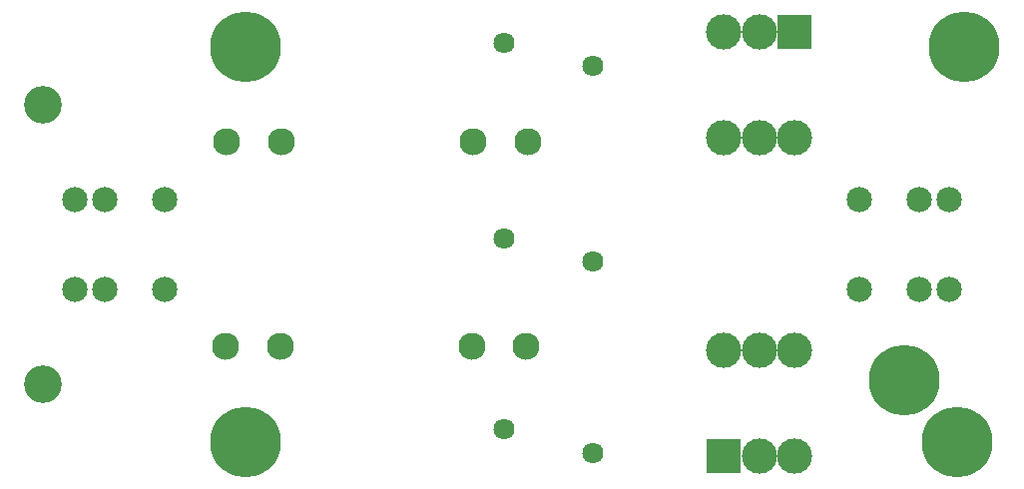
<source format=gbs>
%TF.GenerationSoftware,KiCad,Pcbnew,(6.0.7)*%
%TF.CreationDate,2024-06-28T14:52:28+05:30*%
%TF.ProjectId,JT48VSPD_EXT,4a543438-5653-4504-945f-4558542e6b69,rev?*%
%TF.SameCoordinates,Original*%
%TF.FileFunction,Soldermask,Bot*%
%TF.FilePolarity,Negative*%
%FSLAX46Y46*%
G04 Gerber Fmt 4.6, Leading zero omitted, Abs format (unit mm)*
G04 Created by KiCad (PCBNEW (6.0.7)) date 2024-06-28 14:52:28*
%MOMM*%
%LPD*%
G01*
G04 APERTURE LIST*
%ADD10C,1.794000*%
%ADD11C,3.000000*%
%ADD12R,3.000000X3.000000*%
%ADD13C,2.300000*%
%ADD14C,3.200000*%
%ADD15C,2.154000*%
%ADD16C,6.000000*%
%ADD17C,3.400000*%
G04 APERTURE END LIST*
D10*
%TO.C,RV1*%
X110750000Y-64600000D03*
X118250000Y-66600000D03*
%TD*%
%TO.C,RV3*%
X118250000Y-99400000D03*
X110750000Y-97400000D03*
%TD*%
D11*
%TO.C,L2*%
X132400000Y-99700000D03*
X135400000Y-99700000D03*
D12*
X129400000Y-99700000D03*
D11*
X129400000Y-90700000D03*
X135400000Y-90700000D03*
X132400000Y-90700000D03*
%TD*%
D13*
%TO.C,F2*%
X87150000Y-90400000D03*
X91750000Y-90400000D03*
X108050000Y-90400000D03*
X112650000Y-90400000D03*
%TD*%
D14*
%TO.C,J1*%
X71662500Y-93620000D03*
X71662500Y-69880000D03*
D15*
X82002500Y-77940000D03*
X76922500Y-77940000D03*
X74382500Y-77940000D03*
X82002500Y-85560000D03*
X76922500Y-85560000D03*
X74382500Y-85560000D03*
%TD*%
D10*
%TO.C,RV2*%
X110750000Y-81200000D03*
X118250000Y-83200000D03*
%TD*%
D16*
%TO.C,H5*%
X144700000Y-93300000D03*
D17*
X144700000Y-93300000D03*
%TD*%
%TO.C,H3*%
X149800000Y-65000000D03*
D16*
X149800000Y-65000000D03*
%TD*%
D17*
%TO.C,H4*%
X149200000Y-98500000D03*
D16*
X149200000Y-98500000D03*
%TD*%
D13*
%TO.C,F1*%
X87250000Y-73000000D03*
X91850000Y-73000000D03*
X112750000Y-73000000D03*
X108150000Y-73000000D03*
%TD*%
D12*
%TO.C,L1*%
X135400000Y-63700000D03*
D11*
X132400000Y-63700000D03*
X129400000Y-63700000D03*
X132400000Y-72700000D03*
X135400000Y-72700000D03*
X129400000Y-72700000D03*
%TD*%
D17*
%TO.C,H2*%
X88800000Y-98500000D03*
D16*
X88800000Y-98500000D03*
%TD*%
D15*
%TO.C,J2*%
X140917500Y-85560000D03*
X145997500Y-85560000D03*
X148537500Y-85560000D03*
X140917500Y-77940000D03*
X145997500Y-77940000D03*
X148537500Y-77940000D03*
%TD*%
D17*
%TO.C,H1*%
X88800000Y-65000000D03*
D16*
X88800000Y-65000000D03*
%TD*%
M02*

</source>
